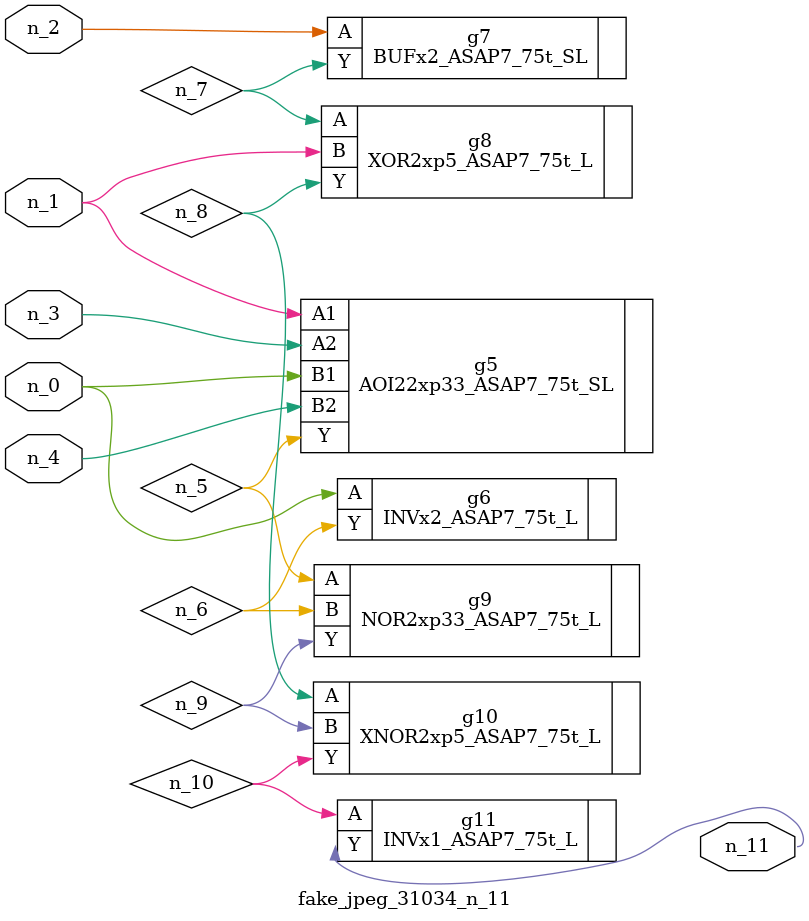
<source format=v>
module fake_jpeg_31034_n_11 (n_3, n_2, n_1, n_0, n_4, n_11);

input n_3;
input n_2;
input n_1;
input n_0;
input n_4;

output n_11;

wire n_10;
wire n_8;
wire n_9;
wire n_6;
wire n_5;
wire n_7;

AOI22xp33_ASAP7_75t_SL g5 ( 
.A1(n_1),
.A2(n_3),
.B1(n_0),
.B2(n_4),
.Y(n_5)
);

INVx2_ASAP7_75t_L g6 ( 
.A(n_0),
.Y(n_6)
);

BUFx2_ASAP7_75t_SL g7 ( 
.A(n_2),
.Y(n_7)
);

XOR2xp5_ASAP7_75t_L g8 ( 
.A(n_7),
.B(n_1),
.Y(n_8)
);

XNOR2xp5_ASAP7_75t_L g10 ( 
.A(n_8),
.B(n_9),
.Y(n_10)
);

NOR2xp33_ASAP7_75t_L g9 ( 
.A(n_5),
.B(n_6),
.Y(n_9)
);

INVx1_ASAP7_75t_L g11 ( 
.A(n_10),
.Y(n_11)
);


endmodule
</source>
